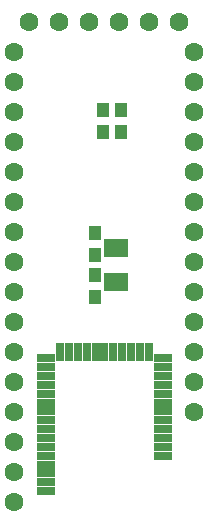
<source format=gts>
G04 #@! TF.FileFunction,Soldermask,Top*
%FSLAX46Y46*%
G04 Gerber Fmt 4.6, Leading zero omitted, Abs format (unit mm)*
G04 Created by KiCad (PCBNEW 4.0.7) date 01/05/18 23:13:41*
%MOMM*%
%LPD*%
G01*
G04 APERTURE LIST*
%ADD10C,0.100000*%
%ADD11R,0.700000X1.500000*%
%ADD12R,1.500000X0.700000*%
%ADD13R,2.000000X1.650000*%
%ADD14C,1.600000*%
%ADD15R,1.000000X1.200000*%
G04 APERTURE END LIST*
D10*
D11*
X132775000Y-118130000D03*
X133525000Y-118130000D03*
X134275000Y-118130000D03*
X135025000Y-118130000D03*
X135775000Y-118130000D03*
X136525000Y-118130000D03*
X137275000Y-118130000D03*
X138025000Y-118130000D03*
X138775000Y-118130000D03*
X139525000Y-118130000D03*
X140275000Y-118130000D03*
D12*
X141475000Y-118630000D03*
X141475000Y-119380000D03*
X141475000Y-120130000D03*
X141475000Y-120880000D03*
X141475000Y-121630000D03*
X141475000Y-122380000D03*
X141475000Y-123130000D03*
X141475000Y-123880000D03*
X141475000Y-124630000D03*
X141475000Y-125380000D03*
X141475000Y-126130000D03*
X141475000Y-126880000D03*
X131575000Y-118630000D03*
X131575000Y-119380000D03*
X131575000Y-120130000D03*
X131575000Y-120880000D03*
X131575000Y-121630000D03*
X131575000Y-122380000D03*
X131575000Y-123130000D03*
X131575000Y-123880000D03*
X131575000Y-124630000D03*
X131575000Y-125380000D03*
X131575000Y-126130000D03*
X131575000Y-126880000D03*
X131575000Y-127630000D03*
X131575000Y-128380000D03*
X131575000Y-129880000D03*
X131575000Y-129130000D03*
D13*
X137541000Y-109269000D03*
X137541000Y-112219000D03*
D14*
X132715000Y-90170000D03*
X128905000Y-107950000D03*
X128905000Y-105410000D03*
X128905000Y-102870000D03*
X128905000Y-92710000D03*
X128905000Y-95250000D03*
X128905000Y-113030000D03*
X128905000Y-115570000D03*
X128905000Y-118110000D03*
X144145000Y-123190000D03*
X144145000Y-120650000D03*
X144145000Y-115570000D03*
X144145000Y-113030000D03*
X144145000Y-110490000D03*
X128905000Y-123190000D03*
X128905000Y-125730000D03*
X142875000Y-90170000D03*
X128905000Y-97790000D03*
X128905000Y-100330000D03*
X144145000Y-95250000D03*
X130175000Y-90170000D03*
X144145000Y-92710000D03*
X144145000Y-97790000D03*
X137795000Y-90170000D03*
X140335000Y-90170000D03*
X144145000Y-100330000D03*
X135255000Y-90170000D03*
X144145000Y-102870000D03*
X144145000Y-107950000D03*
X128905000Y-110490000D03*
X144145000Y-105410000D03*
X128905000Y-120650000D03*
X144145000Y-118110000D03*
X128905000Y-128270000D03*
X128905000Y-130810000D03*
D15*
X136398000Y-97652000D03*
X136398000Y-99452000D03*
X137922000Y-97652000D03*
X137922000Y-99452000D03*
X135763000Y-111622000D03*
X135763000Y-113422000D03*
X135763000Y-109866000D03*
X135763000Y-108066000D03*
M02*

</source>
